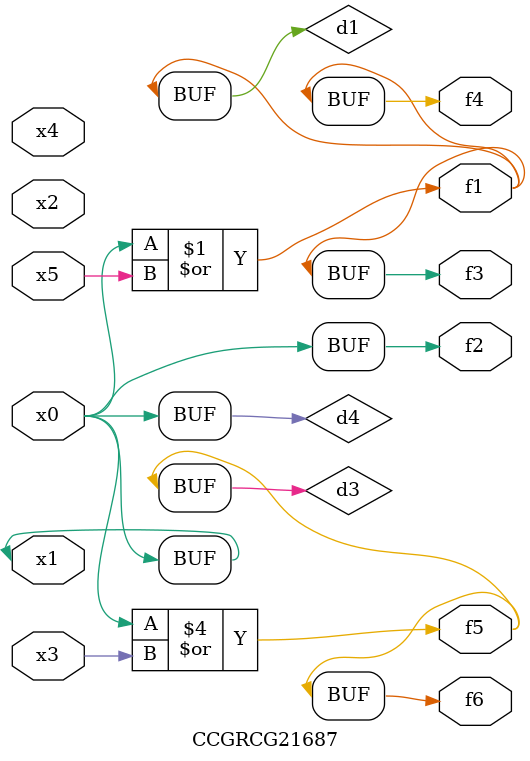
<source format=v>
module CCGRCG21687(
	input x0, x1, x2, x3, x4, x5,
	output f1, f2, f3, f4, f5, f6
);

	wire d1, d2, d3, d4;

	or (d1, x0, x5);
	xnor (d2, x1, x4);
	or (d3, x0, x3);
	buf (d4, x0, x1);
	assign f1 = d1;
	assign f2 = d4;
	assign f3 = d1;
	assign f4 = d1;
	assign f5 = d3;
	assign f6 = d3;
endmodule

</source>
